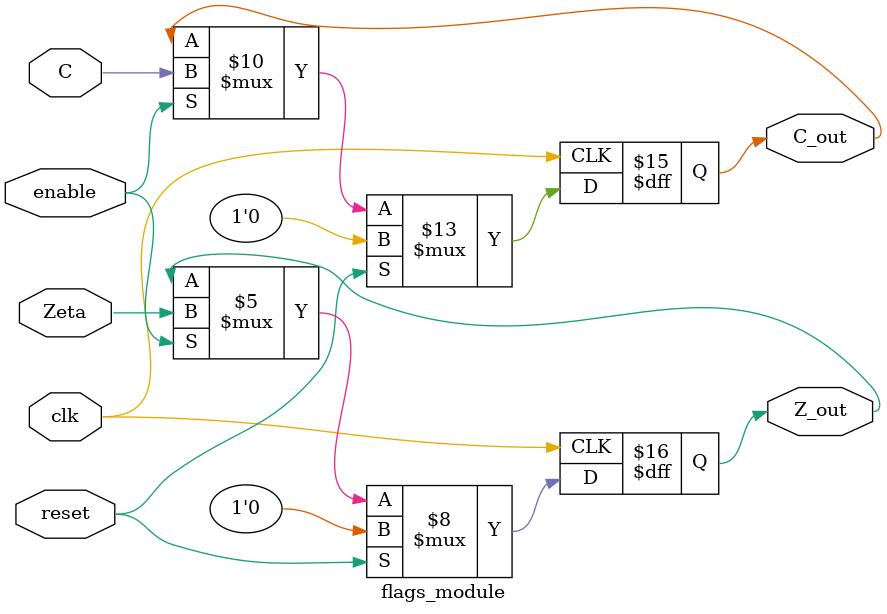
<source format=v>
module flags_module(input clk,enable,reset,C,Zeta, output C_out,Z_out); // instanciar modulo

  wire clk,enable,reset,C,Zeta;     // instanciar variables a utilizar y asignar valores
  reg C_out=0;
  reg Z_out=0;

  always @ (posedge clk)
    begin
      if(reset) 
        begin         //si recibe reset reinicia las variables Z y C
          C_out <= 0;
          Z_out <= 0;
        end
      else if (enable==1) 
        begin       // si esta habilitado almacena los datos de las banderas
          C_out <=  C;
          Z_out <=  Zeta;
        end
    end

endmodule

</source>
